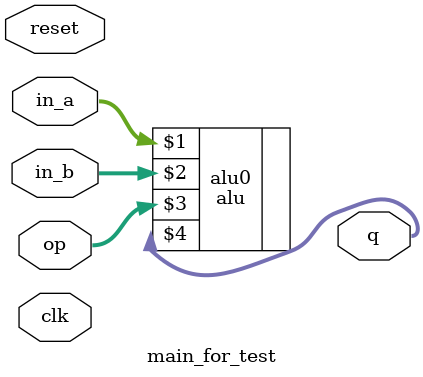
<source format=v>
`timescale 1ns / 1ps


module main_for_test #(parameter divide = 49999)( 
    input [7:0] in_a,
    input [7:0] in_b,
    input [2:0] op,
    input clk,
    input reset,
    output [7:0] q
    );
    
    wire [7:0] q;
    wire clk_out;
    clk_divider #(divide) divider(
        clk, 
        clk_out
        );
    
    
    alu alu0(
        in_a, 
        in_b, 
        op, 
        q); 
    
    /*fnd_contr(
        in_a, 
        in_b, 
        q,
        clk_out,
        reset,
        fnd_digit, 
        fnd_value
        );*/
        
endmodule

</source>
